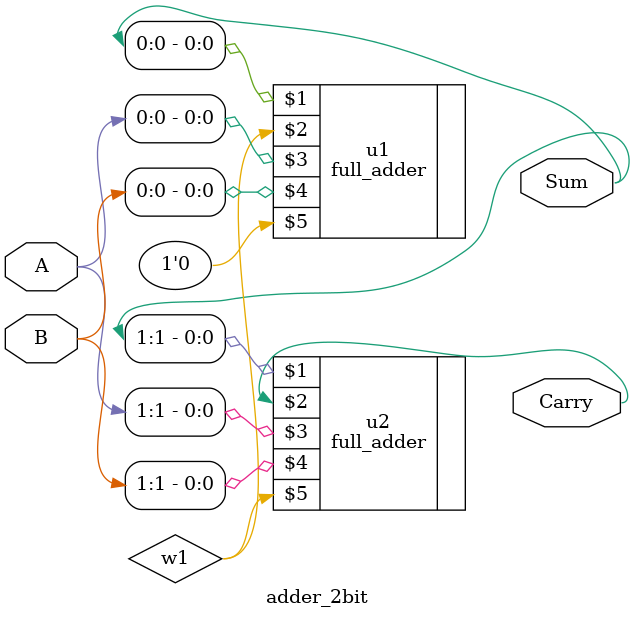
<source format=v>
`timescale 1ns / 1ps


module adder_2bit(Carry, Sum, A, B);
    input wire [1:0] A;
    input wire [1:0] B;
    output wire [1:0] Sum;
    output wire Carry;
    wire w1;
    full_adder u1(Sum[0],w1,A[0],B[0],1'b0);
    full_adder u2(Sum[1],Carry,A[1],B[1],w1);
endmodule

</source>
